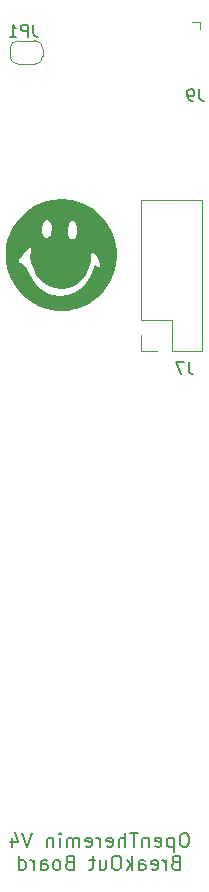
<source format=gbr>
%TF.GenerationSoftware,KiCad,Pcbnew,6.0.11-2627ca5db0~126~ubuntu22.04.1*%
%TF.CreationDate,2023-05-04T09:26:43+02:00*%
%TF.ProjectId,OTBreakOut,4f544272-6561-46b4-9f75-742e6b696361,rev?*%
%TF.SameCoordinates,Original*%
%TF.FileFunction,Legend,Bot*%
%TF.FilePolarity,Positive*%
%FSLAX46Y46*%
G04 Gerber Fmt 4.6, Leading zero omitted, Abs format (unit mm)*
G04 Created by KiCad (PCBNEW 6.0.11-2627ca5db0~126~ubuntu22.04.1) date 2023-05-04 09:26:43*
%MOMM*%
%LPD*%
G01*
G04 APERTURE LIST*
%ADD10C,0.150000*%
%ADD11C,0.300000*%
%ADD12C,0.120000*%
G04 APERTURE END LIST*
D10*
X107185714Y-137276857D02*
X106957142Y-137276857D01*
X106842857Y-137334000D01*
X106728571Y-137448285D01*
X106671428Y-137676857D01*
X106671428Y-138076857D01*
X106728571Y-138305428D01*
X106842857Y-138419714D01*
X106957142Y-138476857D01*
X107185714Y-138476857D01*
X107300000Y-138419714D01*
X107414285Y-138305428D01*
X107471428Y-138076857D01*
X107471428Y-137676857D01*
X107414285Y-137448285D01*
X107300000Y-137334000D01*
X107185714Y-137276857D01*
X106157142Y-137676857D02*
X106157142Y-138876857D01*
X106157142Y-137734000D02*
X106042857Y-137676857D01*
X105814285Y-137676857D01*
X105700000Y-137734000D01*
X105642857Y-137791142D01*
X105585714Y-137905428D01*
X105585714Y-138248285D01*
X105642857Y-138362571D01*
X105700000Y-138419714D01*
X105814285Y-138476857D01*
X106042857Y-138476857D01*
X106157142Y-138419714D01*
X104614285Y-138419714D02*
X104728571Y-138476857D01*
X104957142Y-138476857D01*
X105071428Y-138419714D01*
X105128571Y-138305428D01*
X105128571Y-137848285D01*
X105071428Y-137734000D01*
X104957142Y-137676857D01*
X104728571Y-137676857D01*
X104614285Y-137734000D01*
X104557142Y-137848285D01*
X104557142Y-137962571D01*
X105128571Y-138076857D01*
X104042857Y-137676857D02*
X104042857Y-138476857D01*
X104042857Y-137791142D02*
X103985714Y-137734000D01*
X103871428Y-137676857D01*
X103700000Y-137676857D01*
X103585714Y-137734000D01*
X103528571Y-137848285D01*
X103528571Y-138476857D01*
X103128571Y-137276857D02*
X102442857Y-137276857D01*
X102785714Y-138476857D02*
X102785714Y-137276857D01*
X102042857Y-138476857D02*
X102042857Y-137276857D01*
X101528571Y-138476857D02*
X101528571Y-137848285D01*
X101585714Y-137734000D01*
X101700000Y-137676857D01*
X101871428Y-137676857D01*
X101985714Y-137734000D01*
X102042857Y-137791142D01*
X100500000Y-138419714D02*
X100614285Y-138476857D01*
X100842857Y-138476857D01*
X100957142Y-138419714D01*
X101014285Y-138305428D01*
X101014285Y-137848285D01*
X100957142Y-137734000D01*
X100842857Y-137676857D01*
X100614285Y-137676857D01*
X100500000Y-137734000D01*
X100442857Y-137848285D01*
X100442857Y-137962571D01*
X101014285Y-138076857D01*
X99928571Y-138476857D02*
X99928571Y-137676857D01*
X99928571Y-137905428D02*
X99871428Y-137791142D01*
X99814285Y-137734000D01*
X99700000Y-137676857D01*
X99585714Y-137676857D01*
X98728571Y-138419714D02*
X98842857Y-138476857D01*
X99071428Y-138476857D01*
X99185714Y-138419714D01*
X99242857Y-138305428D01*
X99242857Y-137848285D01*
X99185714Y-137734000D01*
X99071428Y-137676857D01*
X98842857Y-137676857D01*
X98728571Y-137734000D01*
X98671428Y-137848285D01*
X98671428Y-137962571D01*
X99242857Y-138076857D01*
X98157142Y-138476857D02*
X98157142Y-137676857D01*
X98157142Y-137791142D02*
X98100000Y-137734000D01*
X97985714Y-137676857D01*
X97814285Y-137676857D01*
X97700000Y-137734000D01*
X97642857Y-137848285D01*
X97642857Y-138476857D01*
X97642857Y-137848285D02*
X97585714Y-137734000D01*
X97471428Y-137676857D01*
X97300000Y-137676857D01*
X97185714Y-137734000D01*
X97128571Y-137848285D01*
X97128571Y-138476857D01*
X96557142Y-138476857D02*
X96557142Y-137676857D01*
X96557142Y-137276857D02*
X96614285Y-137334000D01*
X96557142Y-137391142D01*
X96500000Y-137334000D01*
X96557142Y-137276857D01*
X96557142Y-137391142D01*
X95985714Y-137676857D02*
X95985714Y-138476857D01*
X95985714Y-137791142D02*
X95928571Y-137734000D01*
X95814285Y-137676857D01*
X95642857Y-137676857D01*
X95528571Y-137734000D01*
X95471428Y-137848285D01*
X95471428Y-138476857D01*
X94157142Y-137276857D02*
X93757142Y-138476857D01*
X93357142Y-137276857D01*
X92442857Y-137676857D02*
X92442857Y-138476857D01*
X92728571Y-137219714D02*
X93014285Y-138076857D01*
X92271428Y-138076857D01*
X106300000Y-139780285D02*
X106128571Y-139837428D01*
X106071428Y-139894571D01*
X106014285Y-140008857D01*
X106014285Y-140180285D01*
X106071428Y-140294571D01*
X106128571Y-140351714D01*
X106242857Y-140408857D01*
X106700000Y-140408857D01*
X106700000Y-139208857D01*
X106300000Y-139208857D01*
X106185714Y-139266000D01*
X106128571Y-139323142D01*
X106071428Y-139437428D01*
X106071428Y-139551714D01*
X106128571Y-139666000D01*
X106185714Y-139723142D01*
X106300000Y-139780285D01*
X106700000Y-139780285D01*
X105500000Y-140408857D02*
X105500000Y-139608857D01*
X105500000Y-139837428D02*
X105442857Y-139723142D01*
X105385714Y-139666000D01*
X105271428Y-139608857D01*
X105157142Y-139608857D01*
X104300000Y-140351714D02*
X104414285Y-140408857D01*
X104642857Y-140408857D01*
X104757142Y-140351714D01*
X104814285Y-140237428D01*
X104814285Y-139780285D01*
X104757142Y-139666000D01*
X104642857Y-139608857D01*
X104414285Y-139608857D01*
X104300000Y-139666000D01*
X104242857Y-139780285D01*
X104242857Y-139894571D01*
X104814285Y-140008857D01*
X103214285Y-140408857D02*
X103214285Y-139780285D01*
X103271428Y-139666000D01*
X103385714Y-139608857D01*
X103614285Y-139608857D01*
X103728571Y-139666000D01*
X103214285Y-140351714D02*
X103328571Y-140408857D01*
X103614285Y-140408857D01*
X103728571Y-140351714D01*
X103785714Y-140237428D01*
X103785714Y-140123142D01*
X103728571Y-140008857D01*
X103614285Y-139951714D01*
X103328571Y-139951714D01*
X103214285Y-139894571D01*
X102642857Y-140408857D02*
X102642857Y-139208857D01*
X102528571Y-139951714D02*
X102185714Y-140408857D01*
X102185714Y-139608857D02*
X102642857Y-140066000D01*
X101442857Y-139208857D02*
X101214285Y-139208857D01*
X101100000Y-139266000D01*
X100985714Y-139380285D01*
X100928571Y-139608857D01*
X100928571Y-140008857D01*
X100985714Y-140237428D01*
X101100000Y-140351714D01*
X101214285Y-140408857D01*
X101442857Y-140408857D01*
X101557142Y-140351714D01*
X101671428Y-140237428D01*
X101728571Y-140008857D01*
X101728571Y-139608857D01*
X101671428Y-139380285D01*
X101557142Y-139266000D01*
X101442857Y-139208857D01*
X99900000Y-139608857D02*
X99900000Y-140408857D01*
X100414285Y-139608857D02*
X100414285Y-140237428D01*
X100357142Y-140351714D01*
X100242857Y-140408857D01*
X100071428Y-140408857D01*
X99957142Y-140351714D01*
X99900000Y-140294571D01*
X99500000Y-139608857D02*
X99042857Y-139608857D01*
X99328571Y-139208857D02*
X99328571Y-140237428D01*
X99271428Y-140351714D01*
X99157142Y-140408857D01*
X99042857Y-140408857D01*
X97328571Y-139780285D02*
X97157142Y-139837428D01*
X97100000Y-139894571D01*
X97042857Y-140008857D01*
X97042857Y-140180285D01*
X97100000Y-140294571D01*
X97157142Y-140351714D01*
X97271428Y-140408857D01*
X97728571Y-140408857D01*
X97728571Y-139208857D01*
X97328571Y-139208857D01*
X97214285Y-139266000D01*
X97157142Y-139323142D01*
X97100000Y-139437428D01*
X97100000Y-139551714D01*
X97157142Y-139666000D01*
X97214285Y-139723142D01*
X97328571Y-139780285D01*
X97728571Y-139780285D01*
X96357142Y-140408857D02*
X96471428Y-140351714D01*
X96528571Y-140294571D01*
X96585714Y-140180285D01*
X96585714Y-139837428D01*
X96528571Y-139723142D01*
X96471428Y-139666000D01*
X96357142Y-139608857D01*
X96185714Y-139608857D01*
X96071428Y-139666000D01*
X96014285Y-139723142D01*
X95957142Y-139837428D01*
X95957142Y-140180285D01*
X96014285Y-140294571D01*
X96071428Y-140351714D01*
X96185714Y-140408857D01*
X96357142Y-140408857D01*
X94928571Y-140408857D02*
X94928571Y-139780285D01*
X94985714Y-139666000D01*
X95100000Y-139608857D01*
X95328571Y-139608857D01*
X95442857Y-139666000D01*
X94928571Y-140351714D02*
X95042857Y-140408857D01*
X95328571Y-140408857D01*
X95442857Y-140351714D01*
X95500000Y-140237428D01*
X95500000Y-140123142D01*
X95442857Y-140008857D01*
X95328571Y-139951714D01*
X95042857Y-139951714D01*
X94928571Y-139894571D01*
X94357142Y-140408857D02*
X94357142Y-139608857D01*
X94357142Y-139837428D02*
X94300000Y-139723142D01*
X94242857Y-139666000D01*
X94128571Y-139608857D01*
X94014285Y-139608857D01*
X93100000Y-140408857D02*
X93100000Y-139208857D01*
X93100000Y-140351714D02*
X93214285Y-140408857D01*
X93442857Y-140408857D01*
X93557142Y-140351714D01*
X93614285Y-140294571D01*
X93671428Y-140180285D01*
X93671428Y-139837428D01*
X93614285Y-139723142D01*
X93557142Y-139666000D01*
X93442857Y-139608857D01*
X93214285Y-139608857D01*
X93100000Y-139666000D01*
%TO.C,JP1*%
X94283333Y-68852380D02*
X94283333Y-69566666D01*
X94330952Y-69709523D01*
X94426190Y-69804761D01*
X94569047Y-69852380D01*
X94664285Y-69852380D01*
X93807142Y-69852380D02*
X93807142Y-68852380D01*
X93426190Y-68852380D01*
X93330952Y-68900000D01*
X93283333Y-68947619D01*
X93235714Y-69042857D01*
X93235714Y-69185714D01*
X93283333Y-69280952D01*
X93330952Y-69328571D01*
X93426190Y-69376190D01*
X93807142Y-69376190D01*
X92283333Y-69852380D02*
X92854761Y-69852380D01*
X92569047Y-69852380D02*
X92569047Y-68852380D01*
X92664285Y-68995238D01*
X92759523Y-69090476D01*
X92854761Y-69138095D01*
%TO.C,J9*%
X108333333Y-74302380D02*
X108333333Y-75016666D01*
X108380952Y-75159523D01*
X108476190Y-75254761D01*
X108619047Y-75302380D01*
X108714285Y-75302380D01*
X107809523Y-75302380D02*
X107619047Y-75302380D01*
X107523809Y-75254761D01*
X107476190Y-75207142D01*
X107380952Y-75064285D01*
X107333333Y-74873809D01*
X107333333Y-74492857D01*
X107380952Y-74397619D01*
X107428571Y-74350000D01*
X107523809Y-74302380D01*
X107714285Y-74302380D01*
X107809523Y-74350000D01*
X107857142Y-74397619D01*
X107904761Y-74492857D01*
X107904761Y-74730952D01*
X107857142Y-74826190D01*
X107809523Y-74873809D01*
X107714285Y-74921428D01*
X107523809Y-74921428D01*
X107428571Y-74873809D01*
X107380952Y-74826190D01*
X107333333Y-74730952D01*
%TO.C,J7*%
X107433333Y-97402380D02*
X107433333Y-98116666D01*
X107480952Y-98259523D01*
X107576190Y-98354761D01*
X107719047Y-98402380D01*
X107814285Y-98402380D01*
X107052380Y-97402380D02*
X106385714Y-97402380D01*
X106814285Y-98402380D01*
D11*
%TO.C,X1*%
X97833714Y-87515428D02*
X96817714Y-89039428D01*
X96817714Y-87515428D02*
X97833714Y-89039428D01*
X95438857Y-89039428D02*
X96309714Y-89039428D01*
X95874285Y-89039428D02*
X95874285Y-87515428D01*
X96019428Y-87733142D01*
X96164571Y-87878285D01*
X96309714Y-87950857D01*
D12*
%TO.C,JP1*%
X93000000Y-72200000D02*
X94400000Y-72200000D01*
X92300000Y-70900000D02*
X92300000Y-71500000D01*
X94400000Y-70200000D02*
X93000000Y-70200000D01*
X95100000Y-71500000D02*
X95100000Y-70900000D01*
X92300000Y-71500000D02*
G75*
G03*
X93000000Y-72200000I700000J0D01*
G01*
X93000000Y-70200000D02*
G75*
G03*
X92300000Y-70900000I0J-700000D01*
G01*
X94400000Y-72200000D02*
G75*
G03*
X95100000Y-71500000I1J699999D01*
G01*
X95100000Y-70900000D02*
G75*
G03*
X94400000Y-70200000I-699999J1D01*
G01*
%TO.C,J9*%
X108370000Y-68595000D02*
X107735000Y-68595000D01*
X108370000Y-69230000D02*
X108370000Y-68595000D01*
%TO.C,J7*%
X103400000Y-95160000D02*
X103400000Y-96490000D01*
X103400000Y-83670000D02*
X108600000Y-83670000D01*
X103400000Y-93890000D02*
X103400000Y-83670000D01*
X103400000Y-96490000D02*
X104730000Y-96490000D01*
X108600000Y-96490000D02*
X108600000Y-83670000D01*
X106000000Y-93890000D02*
X106000000Y-96490000D01*
X106000000Y-96490000D02*
X108600000Y-96490000D01*
X103400000Y-93890000D02*
X106000000Y-93890000D01*
%TO.C,X1*%
G36*
X101119549Y-89882879D02*
G01*
X100771337Y-90656592D01*
X100290610Y-91356772D01*
X99697572Y-91964738D01*
X99012431Y-92461809D01*
X98255394Y-92829304D01*
X97446667Y-93048543D01*
X97292036Y-93065644D01*
X97008511Y-93083477D01*
X96684667Y-93094366D01*
X96293085Y-93083117D01*
X95477373Y-92941866D01*
X94698428Y-92654070D01*
X93976885Y-92235518D01*
X93333381Y-91701998D01*
X92788552Y-91069298D01*
X92363034Y-90353206D01*
X92077462Y-89569510D01*
X92044893Y-89427179D01*
X91969491Y-88867509D01*
X91969320Y-88862364D01*
X93062567Y-88862364D01*
X93092751Y-88988689D01*
X93248415Y-89029598D01*
X93288061Y-89031899D01*
X93392392Y-89072945D01*
X93497887Y-89186929D01*
X93625987Y-89401766D01*
X93798128Y-89745371D01*
X93964986Y-90063793D01*
X94402736Y-90703220D01*
X94906370Y-91202689D01*
X95464698Y-91550082D01*
X95892810Y-91709087D01*
X96532468Y-91812294D01*
X97153220Y-91760254D01*
X97738631Y-91561637D01*
X98272268Y-91225114D01*
X98737698Y-90759353D01*
X99118487Y-90173025D01*
X99398203Y-89474801D01*
X99427299Y-89379418D01*
X99492087Y-89214695D01*
X99555656Y-89177732D01*
X99647136Y-89241189D01*
X99769786Y-89337128D01*
X99902756Y-89378039D01*
X99958754Y-89297950D01*
X99937413Y-89115682D01*
X99838363Y-88850058D01*
X99661238Y-88519899D01*
X99552854Y-88353189D01*
X99391343Y-88172534D01*
X99275582Y-88154873D01*
X99202237Y-88300822D01*
X99167974Y-88610995D01*
X99148857Y-88850991D01*
X98998974Y-89488476D01*
X98722259Y-90048983D01*
X98337300Y-90517141D01*
X97862688Y-90877579D01*
X97317009Y-91114925D01*
X96718853Y-91213809D01*
X96086807Y-91158859D01*
X96004720Y-91139756D01*
X95440908Y-90912319D01*
X94949109Y-90539004D01*
X94542367Y-90032163D01*
X94233723Y-89404145D01*
X94119643Y-89048048D01*
X94038981Y-88517333D01*
X94090447Y-88031438D01*
X94103315Y-87971083D01*
X94098105Y-87796086D01*
X94005606Y-87753995D01*
X93839360Y-87843867D01*
X93612913Y-88064756D01*
X93386782Y-88331902D01*
X93159898Y-88645233D01*
X93062567Y-88862364D01*
X91969320Y-88862364D01*
X91948948Y-88247652D01*
X91983397Y-87641204D01*
X92072974Y-87121757D01*
X92201915Y-86707930D01*
X92461532Y-86160538D01*
X95036489Y-86160538D01*
X95036623Y-86202923D01*
X95052220Y-86497621D01*
X95102383Y-86676318D01*
X95199427Y-86786311D01*
X95213884Y-86796891D01*
X95361522Y-86887520D01*
X95479328Y-86880536D01*
X95649828Y-86773611D01*
X95674639Y-86755390D01*
X95776735Y-86639751D01*
X95802934Y-86545277D01*
X97204354Y-86545277D01*
X97280312Y-86826488D01*
X97304122Y-86863276D01*
X97475727Y-86972152D01*
X97690312Y-86972696D01*
X97872332Y-86860559D01*
X97905119Y-86810426D01*
X97980994Y-86570741D01*
X98013886Y-86260533D01*
X97999855Y-85951803D01*
X97934959Y-85716555D01*
X97812589Y-85568551D01*
X97633284Y-85476803D01*
X97550741Y-85474592D01*
X97427671Y-85546764D01*
X97317904Y-85750161D01*
X97289866Y-85823661D01*
X97211463Y-86173377D01*
X97208371Y-86187171D01*
X97204354Y-86545277D01*
X95802934Y-86545277D01*
X95825519Y-86463832D01*
X95838000Y-86173377D01*
X95830766Y-85944998D01*
X95773447Y-85619991D01*
X95653505Y-85435235D01*
X95464388Y-85376756D01*
X95330215Y-85394481D01*
X95161306Y-85515963D01*
X95066261Y-85766070D01*
X95036489Y-86160538D01*
X92461532Y-86160538D01*
X92562933Y-85946739D01*
X93048743Y-85272276D01*
X93640401Y-84696397D01*
X94318963Y-84230958D01*
X95065485Y-83887814D01*
X95861022Y-83678821D01*
X96686632Y-83615835D01*
X97523369Y-83710712D01*
X97549966Y-83716435D01*
X98430696Y-83989044D01*
X99217995Y-84398005D01*
X99901542Y-84933588D01*
X100471015Y-85586060D01*
X100866201Y-86260533D01*
X100916095Y-86345688D01*
X101226461Y-87202739D01*
X101287458Y-87523322D01*
X101329880Y-88032366D01*
X101331775Y-88587012D01*
X101293461Y-89120110D01*
X101262165Y-89297950D01*
X101215257Y-89564511D01*
X101119549Y-89882879D01*
G37*
%TD*%
M02*

</source>
